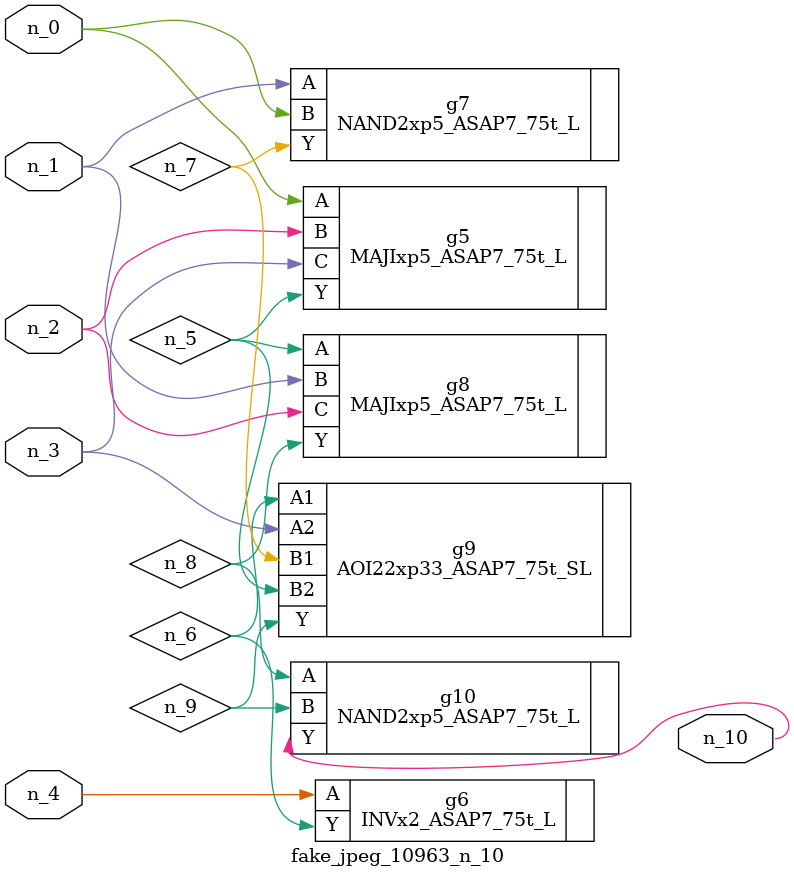
<source format=v>
module fake_jpeg_10963_n_10 (n_3, n_2, n_1, n_0, n_4, n_10);

input n_3;
input n_2;
input n_1;
input n_0;
input n_4;

output n_10;

wire n_8;
wire n_9;
wire n_6;
wire n_5;
wire n_7;

MAJIxp5_ASAP7_75t_L g5 ( 
.A(n_0),
.B(n_2),
.C(n_3),
.Y(n_5)
);

INVx2_ASAP7_75t_L g6 ( 
.A(n_4),
.Y(n_6)
);

NAND2xp5_ASAP7_75t_L g7 ( 
.A(n_1),
.B(n_0),
.Y(n_7)
);

MAJIxp5_ASAP7_75t_L g8 ( 
.A(n_5),
.B(n_1),
.C(n_2),
.Y(n_8)
);

NAND2xp5_ASAP7_75t_L g10 ( 
.A(n_8),
.B(n_9),
.Y(n_10)
);

AOI22xp33_ASAP7_75t_SL g9 ( 
.A1(n_6),
.A2(n_3),
.B1(n_7),
.B2(n_5),
.Y(n_9)
);


endmodule
</source>
